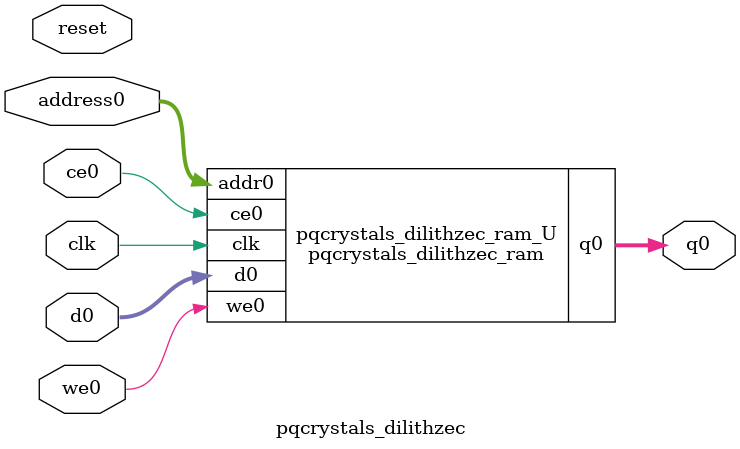
<source format=v>
`timescale 1 ns / 1 ps
module pqcrystals_dilithzec_ram (addr0, ce0, d0, we0, q0,  clk);

parameter DWIDTH = 32;
parameter AWIDTH = 10;
parameter MEM_SIZE = 1024;

input[AWIDTH-1:0] addr0;
input ce0;
input[DWIDTH-1:0] d0;
input we0;
output reg[DWIDTH-1:0] q0;
input clk;

(* ram_style = "block" *)reg [DWIDTH-1:0] ram[0:MEM_SIZE-1];




always @(posedge clk)  
begin 
    if (ce0) begin
        if (we0) 
            ram[addr0] <= d0; 
        q0 <= ram[addr0];
    end
end


endmodule

`timescale 1 ns / 1 ps
module pqcrystals_dilithzec(
    reset,
    clk,
    address0,
    ce0,
    we0,
    d0,
    q0);

parameter DataWidth = 32'd32;
parameter AddressRange = 32'd1024;
parameter AddressWidth = 32'd10;
input reset;
input clk;
input[AddressWidth - 1:0] address0;
input ce0;
input we0;
input[DataWidth - 1:0] d0;
output[DataWidth - 1:0] q0;



pqcrystals_dilithzec_ram pqcrystals_dilithzec_ram_U(
    .clk( clk ),
    .addr0( address0 ),
    .ce0( ce0 ),
    .we0( we0 ),
    .d0( d0 ),
    .q0( q0 ));

endmodule


</source>
